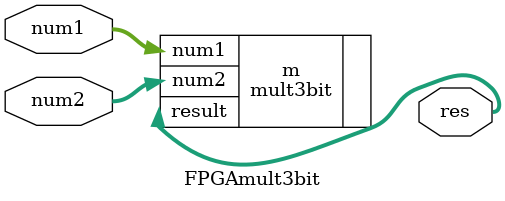
<source format=v>
`timescale 1ns / 1ps


module FPGAmult3bit(
    input [2:0] num1,
    input [2:0] num2,
    output [5:0] res  
);

mult3bit m(
    .num1(num1),
    .num2(num2),
    .result(res)
);

endmodule

</source>
